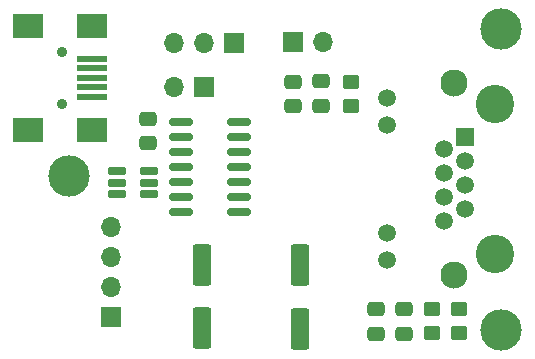
<source format=gbr>
%TF.GenerationSoftware,KiCad,Pcbnew,8.0.5*%
%TF.CreationDate,2025-02-12T12:09:28+01:00*%
%TF.ProjectId,USB-Extender_v2,5553422d-4578-4746-956e-6465725f7632,rev?*%
%TF.SameCoordinates,Original*%
%TF.FileFunction,Soldermask,Top*%
%TF.FilePolarity,Negative*%
%FSLAX46Y46*%
G04 Gerber Fmt 4.6, Leading zero omitted, Abs format (unit mm)*
G04 Created by KiCad (PCBNEW 8.0.5) date 2025-02-12 12:09:28*
%MOMM*%
%LPD*%
G01*
G04 APERTURE LIST*
G04 Aperture macros list*
%AMRoundRect*
0 Rectangle with rounded corners*
0 $1 Rounding radius*
0 $2 $3 $4 $5 $6 $7 $8 $9 X,Y pos of 4 corners*
0 Add a 4 corners polygon primitive as box body*
4,1,4,$2,$3,$4,$5,$6,$7,$8,$9,$2,$3,0*
0 Add four circle primitives for the rounded corners*
1,1,$1+$1,$2,$3*
1,1,$1+$1,$4,$5*
1,1,$1+$1,$6,$7*
1,1,$1+$1,$8,$9*
0 Add four rect primitives between the rounded corners*
20,1,$1+$1,$2,$3,$4,$5,0*
20,1,$1+$1,$4,$5,$6,$7,0*
20,1,$1+$1,$6,$7,$8,$9,0*
20,1,$1+$1,$8,$9,$2,$3,0*%
G04 Aperture macros list end*
%ADD10RoundRect,0.250000X-0.475000X0.337500X-0.475000X-0.337500X0.475000X-0.337500X0.475000X0.337500X0*%
%ADD11R,1.700000X1.700000*%
%ADD12O,1.700000X1.700000*%
%ADD13RoundRect,0.250000X0.550000X-1.500000X0.550000X1.500000X-0.550000X1.500000X-0.550000X-1.500000X0*%
%ADD14C,3.500000*%
%ADD15RoundRect,0.250000X-0.450000X0.350000X-0.450000X-0.350000X0.450000X-0.350000X0.450000X0.350000X0*%
%ADD16C,0.900000*%
%ADD17R,2.500000X0.500000*%
%ADD18R,2.500000X2.000000*%
%ADD19RoundRect,0.150000X0.825000X0.150000X-0.825000X0.150000X-0.825000X-0.150000X0.825000X-0.150000X0*%
%ADD20RoundRect,0.250000X0.450000X-0.350000X0.450000X0.350000X-0.450000X0.350000X-0.450000X-0.350000X0*%
%ADD21RoundRect,0.250000X0.475000X-0.337500X0.475000X0.337500X-0.475000X0.337500X-0.475000X-0.337500X0*%
%ADD22C,3.250000*%
%ADD23R,1.500000X1.500000*%
%ADD24C,1.500000*%
%ADD25C,2.300000*%
%ADD26RoundRect,0.162500X-0.617500X-0.162500X0.617500X-0.162500X0.617500X0.162500X-0.617500X0.162500X0*%
G04 APERTURE END LIST*
D10*
%TO.C,C2*%
X128270000Y-65387400D03*
X128270000Y-67462400D03*
%TD*%
D11*
%TO.C,J5*%
X125857000Y-62052200D03*
D12*
X128397000Y-62052200D03*
%TD*%
D11*
%TO.C,J6*%
X118318200Y-65836800D03*
D12*
X115778200Y-65836800D03*
%TD*%
D11*
%TO.C,J4*%
X110420000Y-85344000D03*
D12*
X110420000Y-82804000D03*
X110420000Y-80264000D03*
X110420000Y-77724000D03*
%TD*%
D10*
%TO.C,C1*%
X135229600Y-84664800D03*
X135229600Y-86739800D03*
%TD*%
D13*
%TO.C,C6*%
X126492000Y-86360000D03*
X126492000Y-80960000D03*
%TD*%
D14*
%TO.C,H2*%
X143510000Y-86410800D03*
%TD*%
D10*
%TO.C,C4*%
X132867400Y-84664800D03*
X132867400Y-86739800D03*
%TD*%
%TO.C,C3*%
X125882400Y-65408900D03*
X125882400Y-67483900D03*
%TD*%
D15*
%TO.C,R1*%
X139954000Y-84683600D03*
X139954000Y-86683600D03*
%TD*%
D16*
%TO.C,J3*%
X106282600Y-62874800D03*
X106282600Y-67274800D03*
D17*
X108882600Y-63474800D03*
X108882600Y-64274800D03*
X108882600Y-65074800D03*
X108882600Y-65874800D03*
X108882600Y-66674800D03*
D18*
X108882600Y-60674800D03*
X103382600Y-60674800D03*
X108882600Y-69474800D03*
X103382600Y-69474800D03*
%TD*%
D19*
%TO.C,U1*%
X121310400Y-76454000D03*
X121310400Y-75184000D03*
X121310400Y-73914000D03*
X121310400Y-72644000D03*
X121310400Y-71374000D03*
X121310400Y-70104000D03*
X121310400Y-68834000D03*
X116360400Y-68834000D03*
X116360400Y-70104000D03*
X116360400Y-71374000D03*
X116360400Y-72644000D03*
X116360400Y-73914000D03*
X116360400Y-75184000D03*
X116360400Y-76454000D03*
%TD*%
D15*
%TO.C,R2*%
X137617200Y-84683600D03*
X137617200Y-86683600D03*
%TD*%
D14*
%TO.C,H3*%
X143459200Y-60909200D03*
%TD*%
D20*
%TO.C,R1.1*%
X130733800Y-67446400D03*
X130733800Y-65446400D03*
%TD*%
D11*
%TO.C,J2*%
X120827800Y-62103000D03*
D12*
X118287800Y-62103000D03*
X115747800Y-62103000D03*
%TD*%
D21*
%TO.C,C7*%
X113588800Y-70612000D03*
X113588800Y-68537000D03*
%TD*%
D22*
%TO.C,J1*%
X142927800Y-67259200D03*
X142927800Y-79959200D03*
D23*
X140387800Y-70049200D03*
D24*
X138607800Y-71065200D03*
X140387800Y-72081200D03*
X138607800Y-73097200D03*
X140387800Y-74113200D03*
X138607800Y-75129200D03*
X140387800Y-76145200D03*
X138607800Y-77161200D03*
X133787800Y-66749200D03*
X133787800Y-69039200D03*
X133787800Y-78179200D03*
X133787800Y-80469200D03*
D25*
X139497800Y-65479200D03*
X139497800Y-81739200D03*
%TD*%
D26*
%TO.C,U2*%
X110998000Y-73004600D03*
X110998000Y-73954600D03*
X110998000Y-74904600D03*
X113698000Y-74904600D03*
X113698000Y-73954600D03*
X113698000Y-73004600D03*
%TD*%
D13*
%TO.C,C5*%
X118160800Y-86301600D03*
X118160800Y-80901600D03*
%TD*%
D14*
%TO.C,H1*%
X106857800Y-73380600D03*
%TD*%
M02*

</source>
